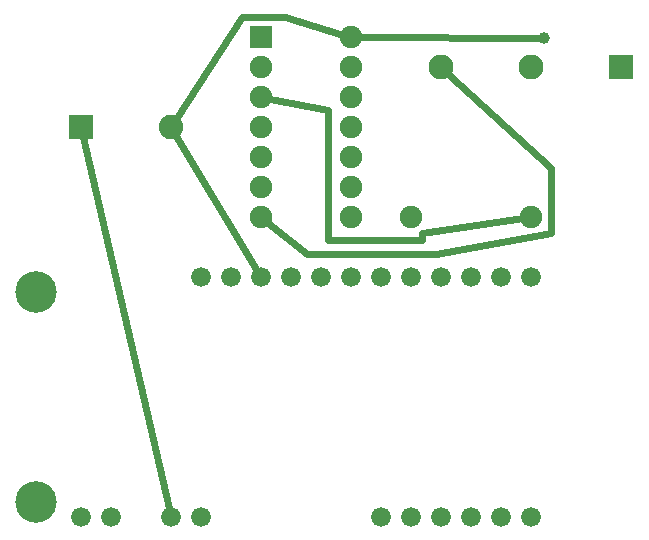
<source format=gtl>
G04 MADE WITH FRITZING*
G04 WWW.FRITZING.ORG*
G04 DOUBLE SIDED*
G04 HOLES PLATED*
G04 CONTOUR ON CENTER OF CONTOUR VECTOR*
%ASAXBY*%
%FSLAX23Y23*%
%MOIN*%
%OFA0B0*%
%SFA1.0B1.0*%
%ADD10C,0.138425*%
%ADD11C,0.066000*%
%ADD12C,0.075000*%
%ADD13C,0.082000*%
%ADD14C,0.083307*%
%ADD15C,0.039370*%
%ADD16R,0.082000X0.082000*%
%ADD17R,0.075000X0.075000*%
%ADD18R,0.083307X0.083307*%
%ADD19C,0.024000*%
%LNCOPPER1*%
G90*
G70*
G54D10*
X95Y135D03*
G54D11*
X1745Y85D03*
X1645Y85D03*
X1545Y85D03*
X1445Y85D03*
X1345Y85D03*
X1245Y85D03*
G54D10*
X95Y835D03*
G54D11*
X645Y85D03*
X545Y85D03*
X345Y85D03*
X245Y85D03*
X645Y885D03*
X745Y885D03*
X845Y885D03*
X945Y885D03*
X1045Y885D03*
X1145Y885D03*
X1245Y885D03*
X1345Y885D03*
X1445Y885D03*
X1545Y885D03*
X1645Y885D03*
X1745Y885D03*
G54D12*
X1745Y1085D03*
X1345Y1085D03*
G54D13*
X245Y1385D03*
X545Y1385D03*
G54D12*
X845Y1685D03*
X1145Y1685D03*
X845Y1585D03*
X1145Y1585D03*
X845Y1485D03*
X1145Y1485D03*
X845Y1385D03*
X1145Y1385D03*
X845Y1285D03*
X1145Y1285D03*
X845Y1185D03*
X1145Y1185D03*
X845Y1085D03*
X1145Y1085D03*
G54D14*
X2045Y1585D03*
X1745Y1585D03*
X1445Y1585D03*
G54D15*
X1788Y1682D03*
G54D16*
X245Y1385D03*
G54D17*
X845Y1685D03*
G54D18*
X2045Y1585D03*
G54D19*
X1716Y1081D02*
X1380Y1034D01*
X1380Y1034D02*
X1380Y1010D01*
X1380Y1010D02*
X1068Y1010D01*
X1068Y1010D02*
X1068Y1442D01*
X1068Y1442D02*
X873Y1479D01*
D02*
X829Y911D02*
X561Y1357D01*
D02*
X1117Y1693D02*
X924Y1754D01*
X924Y1754D02*
X780Y1754D01*
X780Y1754D02*
X562Y1412D01*
D02*
X1769Y1682D02*
X1173Y1685D01*
D02*
X1469Y1563D02*
X1812Y1250D01*
X1812Y1250D02*
X1812Y1034D01*
X1812Y1034D02*
X1428Y962D01*
X1428Y962D02*
X996Y962D01*
X996Y962D02*
X867Y1067D01*
D02*
X538Y115D02*
X252Y1354D01*
G04 End of Copper1*
M02*
</source>
